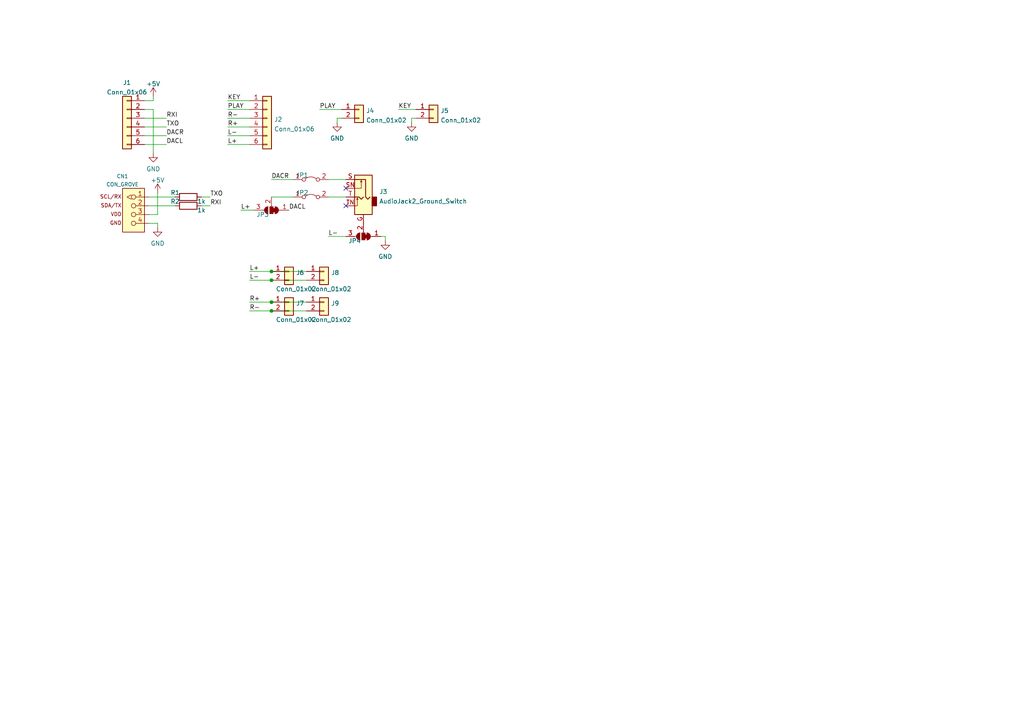
<source format=kicad_sch>
(kicad_sch (version 20211123) (generator eeschema)

  (uuid e63e39d7-6ac0-4ffd-8aa3-1841a4541b55)

  (paper "A4")

  (lib_symbols
    (symbol "Connector:AudioJack2_Ground_Switch" (in_bom yes) (on_board yes)
      (property "Reference" "J" (id 0) (at 0 11.43 0)
        (effects (font (size 1.27 1.27)))
      )
      (property "Value" "AudioJack2_Ground_Switch" (id 1) (at 0 8.89 0)
        (effects (font (size 1.27 1.27)))
      )
      (property "Footprint" "" (id 2) (at 0 5.08 0)
        (effects (font (size 1.27 1.27)) hide)
      )
      (property "Datasheet" "~" (id 3) (at 0 5.08 0)
        (effects (font (size 1.27 1.27)) hide)
      )
      (property "ki_keywords" "audio jack receptacle mono headphones phone TS connector" (id 4) (at 0 0 0)
        (effects (font (size 1.27 1.27)) hide)
      )
      (property "ki_description" "Audio Jack, 2 Poles (Mono / TS), Grounded Sleeve, Switched Pole (Normalling)" (id 5) (at 0 0 0)
        (effects (font (size 1.27 1.27)) hide)
      )
      (property "ki_fp_filters" "Jack*" (id 6) (at 0 0 0)
        (effects (font (size 1.27 1.27)) hide)
      )
      (symbol "AudioJack2_Ground_Switch_0_1"
        (rectangle (start -2.54 -2.54) (end -3.81 0)
          (stroke (width 0.254) (type default) (color 0 0 0 0))
          (fill (type outline))
        )
        (rectangle (start 2.54 6.35) (end -2.54 -5.08)
          (stroke (width 0.254) (type default) (color 0 0 0 0))
          (fill (type background))
        )
      )
      (symbol "AudioJack2_Ground_Switch_1_1"
        (polyline
          (pts
            (xy 0.635 4.826)
            (xy 0.889 4.318)
          )
          (stroke (width 0) (type default) (color 0 0 0 0))
          (fill (type none))
        )
        (polyline
          (pts
            (xy 1.778 -0.254)
            (xy 2.032 -0.762)
          )
          (stroke (width 0) (type default) (color 0 0 0 0))
          (fill (type none))
        )
        (polyline
          (pts
            (xy 0 0)
            (xy 0.635 -0.635)
            (xy 1.27 0)
            (xy 2.54 0)
          )
          (stroke (width 0.254) (type default) (color 0 0 0 0))
          (fill (type none))
        )
        (polyline
          (pts
            (xy 2.54 -2.54)
            (xy 1.778 -2.54)
            (xy 1.778 -0.254)
            (xy 1.524 -0.762)
          )
          (stroke (width 0) (type default) (color 0 0 0 0))
          (fill (type none))
        )
        (polyline
          (pts
            (xy 2.54 2.54)
            (xy 0.635 2.54)
            (xy 0.635 4.826)
            (xy 0.381 4.318)
          )
          (stroke (width 0) (type default) (color 0 0 0 0))
          (fill (type none))
        )
        (polyline
          (pts
            (xy 2.54 5.08)
            (xy -0.635 5.08)
            (xy -0.635 0)
            (xy -1.27 -0.635)
            (xy -1.905 0)
          )
          (stroke (width 0.254) (type default) (color 0 0 0 0))
          (fill (type none))
        )
        (pin passive line (at 0 -7.62 90) (length 2.54)
          (name "~" (effects (font (size 1.27 1.27))))
          (number "G" (effects (font (size 1.27 1.27))))
        )
        (pin passive line (at 5.08 5.08 180) (length 2.54)
          (name "~" (effects (font (size 1.27 1.27))))
          (number "S" (effects (font (size 1.27 1.27))))
        )
        (pin passive line (at 5.08 2.54 180) (length 2.54)
          (name "~" (effects (font (size 1.27 1.27))))
          (number "SN" (effects (font (size 1.27 1.27))))
        )
        (pin passive line (at 5.08 0 180) (length 2.54)
          (name "~" (effects (font (size 1.27 1.27))))
          (number "T" (effects (font (size 1.27 1.27))))
        )
        (pin passive line (at 5.08 -2.54 180) (length 2.54)
          (name "~" (effects (font (size 1.27 1.27))))
          (number "TN" (effects (font (size 1.27 1.27))))
        )
      )
    )
    (symbol "Connector_Generic:Conn_01x02" (pin_names (offset 1.016) hide) (in_bom yes) (on_board yes)
      (property "Reference" "J" (id 0) (at 0 2.54 0)
        (effects (font (size 1.27 1.27)))
      )
      (property "Value" "Conn_01x02" (id 1) (at 0 -5.08 0)
        (effects (font (size 1.27 1.27)))
      )
      (property "Footprint" "" (id 2) (at 0 0 0)
        (effects (font (size 1.27 1.27)) hide)
      )
      (property "Datasheet" "~" (id 3) (at 0 0 0)
        (effects (font (size 1.27 1.27)) hide)
      )
      (property "ki_keywords" "connector" (id 4) (at 0 0 0)
        (effects (font (size 1.27 1.27)) hide)
      )
      (property "ki_description" "Generic connector, single row, 01x02, script generated (kicad-library-utils/schlib/autogen/connector/)" (id 5) (at 0 0 0)
        (effects (font (size 1.27 1.27)) hide)
      )
      (property "ki_fp_filters" "Connector*:*_1x??_*" (id 6) (at 0 0 0)
        (effects (font (size 1.27 1.27)) hide)
      )
      (symbol "Conn_01x02_1_1"
        (rectangle (start -1.27 -2.413) (end 0 -2.667)
          (stroke (width 0.1524) (type default) (color 0 0 0 0))
          (fill (type none))
        )
        (rectangle (start -1.27 0.127) (end 0 -0.127)
          (stroke (width 0.1524) (type default) (color 0 0 0 0))
          (fill (type none))
        )
        (rectangle (start -1.27 1.27) (end 1.27 -3.81)
          (stroke (width 0.254) (type default) (color 0 0 0 0))
          (fill (type background))
        )
        (pin passive line (at -5.08 0 0) (length 3.81)
          (name "Pin_1" (effects (font (size 1.27 1.27))))
          (number "1" (effects (font (size 1.27 1.27))))
        )
        (pin passive line (at -5.08 -2.54 0) (length 3.81)
          (name "Pin_2" (effects (font (size 1.27 1.27))))
          (number "2" (effects (font (size 1.27 1.27))))
        )
      )
    )
    (symbol "Connector_Generic:Conn_01x06" (pin_names (offset 1.016) hide) (in_bom yes) (on_board yes)
      (property "Reference" "J" (id 0) (at 0 7.62 0)
        (effects (font (size 1.27 1.27)))
      )
      (property "Value" "Conn_01x06" (id 1) (at 0 -10.16 0)
        (effects (font (size 1.27 1.27)))
      )
      (property "Footprint" "" (id 2) (at 0 0 0)
        (effects (font (size 1.27 1.27)) hide)
      )
      (property "Datasheet" "~" (id 3) (at 0 0 0)
        (effects (font (size 1.27 1.27)) hide)
      )
      (property "ki_keywords" "connector" (id 4) (at 0 0 0)
        (effects (font (size 1.27 1.27)) hide)
      )
      (property "ki_description" "Generic connector, single row, 01x06, script generated (kicad-library-utils/schlib/autogen/connector/)" (id 5) (at 0 0 0)
        (effects (font (size 1.27 1.27)) hide)
      )
      (property "ki_fp_filters" "Connector*:*_1x??_*" (id 6) (at 0 0 0)
        (effects (font (size 1.27 1.27)) hide)
      )
      (symbol "Conn_01x06_1_1"
        (rectangle (start -1.27 -7.493) (end 0 -7.747)
          (stroke (width 0.1524) (type default) (color 0 0 0 0))
          (fill (type none))
        )
        (rectangle (start -1.27 -4.953) (end 0 -5.207)
          (stroke (width 0.1524) (type default) (color 0 0 0 0))
          (fill (type none))
        )
        (rectangle (start -1.27 -2.413) (end 0 -2.667)
          (stroke (width 0.1524) (type default) (color 0 0 0 0))
          (fill (type none))
        )
        (rectangle (start -1.27 0.127) (end 0 -0.127)
          (stroke (width 0.1524) (type default) (color 0 0 0 0))
          (fill (type none))
        )
        (rectangle (start -1.27 2.667) (end 0 2.413)
          (stroke (width 0.1524) (type default) (color 0 0 0 0))
          (fill (type none))
        )
        (rectangle (start -1.27 5.207) (end 0 4.953)
          (stroke (width 0.1524) (type default) (color 0 0 0 0))
          (fill (type none))
        )
        (rectangle (start -1.27 6.35) (end 1.27 -8.89)
          (stroke (width 0.254) (type default) (color 0 0 0 0))
          (fill (type background))
        )
        (pin passive line (at -5.08 5.08 0) (length 3.81)
          (name "Pin_1" (effects (font (size 1.27 1.27))))
          (number "1" (effects (font (size 1.27 1.27))))
        )
        (pin passive line (at -5.08 2.54 0) (length 3.81)
          (name "Pin_2" (effects (font (size 1.27 1.27))))
          (number "2" (effects (font (size 1.27 1.27))))
        )
        (pin passive line (at -5.08 0 0) (length 3.81)
          (name "Pin_3" (effects (font (size 1.27 1.27))))
          (number "3" (effects (font (size 1.27 1.27))))
        )
        (pin passive line (at -5.08 -2.54 0) (length 3.81)
          (name "Pin_4" (effects (font (size 1.27 1.27))))
          (number "4" (effects (font (size 1.27 1.27))))
        )
        (pin passive line (at -5.08 -5.08 0) (length 3.81)
          (name "Pin_5" (effects (font (size 1.27 1.27))))
          (number "5" (effects (font (size 1.27 1.27))))
        )
        (pin passive line (at -5.08 -7.62 0) (length 3.81)
          (name "Pin_6" (effects (font (size 1.27 1.27))))
          (number "6" (effects (font (size 1.27 1.27))))
        )
      )
    )
    (symbol "Device:R" (pin_numbers hide) (pin_names (offset 0)) (in_bom yes) (on_board yes)
      (property "Reference" "R" (id 0) (at 2.032 0 90)
        (effects (font (size 1.27 1.27)))
      )
      (property "Value" "R" (id 1) (at 0 0 90)
        (effects (font (size 1.27 1.27)))
      )
      (property "Footprint" "" (id 2) (at -1.778 0 90)
        (effects (font (size 1.27 1.27)) hide)
      )
      (property "Datasheet" "~" (id 3) (at 0 0 0)
        (effects (font (size 1.27 1.27)) hide)
      )
      (property "ki_keywords" "R res resistor" (id 4) (at 0 0 0)
        (effects (font (size 1.27 1.27)) hide)
      )
      (property "ki_description" "Resistor" (id 5) (at 0 0 0)
        (effects (font (size 1.27 1.27)) hide)
      )
      (property "ki_fp_filters" "R_*" (id 6) (at 0 0 0)
        (effects (font (size 1.27 1.27)) hide)
      )
      (symbol "R_0_1"
        (rectangle (start -1.016 -2.54) (end 1.016 2.54)
          (stroke (width 0.254) (type default) (color 0 0 0 0))
          (fill (type none))
        )
      )
      (symbol "R_1_1"
        (pin passive line (at 0 3.81 270) (length 1.27)
          (name "~" (effects (font (size 1.27 1.27))))
          (number "1" (effects (font (size 1.27 1.27))))
        )
        (pin passive line (at 0 -3.81 90) (length 1.27)
          (name "~" (effects (font (size 1.27 1.27))))
          (number "2" (effects (font (size 1.27 1.27))))
        )
      )
    )
    (symbol "Jumper:Jumper_2_Bridged" (pin_names (offset 0) hide) (in_bom yes) (on_board yes)
      (property "Reference" "JP" (id 0) (at 0 1.905 0)
        (effects (font (size 1.27 1.27)))
      )
      (property "Value" "Jumper_2_Bridged" (id 1) (at 0 -2.54 0)
        (effects (font (size 1.27 1.27)))
      )
      (property "Footprint" "" (id 2) (at 0 0 0)
        (effects (font (size 1.27 1.27)) hide)
      )
      (property "Datasheet" "~" (id 3) (at 0 0 0)
        (effects (font (size 1.27 1.27)) hide)
      )
      (property "ki_keywords" "Jumper SPST" (id 4) (at 0 0 0)
        (effects (font (size 1.27 1.27)) hide)
      )
      (property "ki_description" "Jumper, 2-pole, closed/bridged" (id 5) (at 0 0 0)
        (effects (font (size 1.27 1.27)) hide)
      )
      (property "ki_fp_filters" "Jumper* TestPoint*2Pads* TestPoint*Bridge*" (id 6) (at 0 0 0)
        (effects (font (size 1.27 1.27)) hide)
      )
      (symbol "Jumper_2_Bridged_0_0"
        (circle (center -2.032 0) (radius 0.508)
          (stroke (width 0) (type default) (color 0 0 0 0))
          (fill (type none))
        )
        (circle (center 2.032 0) (radius 0.508)
          (stroke (width 0) (type default) (color 0 0 0 0))
          (fill (type none))
        )
      )
      (symbol "Jumper_2_Bridged_0_1"
        (arc (start 1.524 0.254) (mid 0 0.762) (end -1.524 0.254)
          (stroke (width 0) (type default) (color 0 0 0 0))
          (fill (type none))
        )
      )
      (symbol "Jumper_2_Bridged_1_1"
        (pin passive line (at -5.08 0 0) (length 2.54)
          (name "A" (effects (font (size 1.27 1.27))))
          (number "1" (effects (font (size 1.27 1.27))))
        )
        (pin passive line (at 5.08 0 180) (length 2.54)
          (name "B" (effects (font (size 1.27 1.27))))
          (number "2" (effects (font (size 1.27 1.27))))
        )
      )
    )
    (symbol "Jumper:SolderJumper_3_Bridged12" (pin_names (offset 0) hide) (in_bom yes) (on_board yes)
      (property "Reference" "JP" (id 0) (at -2.54 -2.54 0)
        (effects (font (size 1.27 1.27)))
      )
      (property "Value" "SolderJumper_3_Bridged12" (id 1) (at 0 2.794 0)
        (effects (font (size 1.27 1.27)))
      )
      (property "Footprint" "" (id 2) (at 0 0 0)
        (effects (font (size 1.27 1.27)) hide)
      )
      (property "Datasheet" "~" (id 3) (at 0 0 0)
        (effects (font (size 1.27 1.27)) hide)
      )
      (property "ki_keywords" "Solder Jumper SPDT" (id 4) (at 0 0 0)
        (effects (font (size 1.27 1.27)) hide)
      )
      (property "ki_description" "3-pole Solder Jumper, pins 1+2 closed/bridged" (id 5) (at 0 0 0)
        (effects (font (size 1.27 1.27)) hide)
      )
      (property "ki_fp_filters" "SolderJumper*Bridged12*" (id 6) (at 0 0 0)
        (effects (font (size 1.27 1.27)) hide)
      )
      (symbol "SolderJumper_3_Bridged12_0_1"
        (rectangle (start -1.016 0.508) (end -0.508 -0.508)
          (stroke (width 0) (type default) (color 0 0 0 0))
          (fill (type outline))
        )
        (arc (start -1.016 1.016) (mid -2.032 0) (end -1.016 -1.016)
          (stroke (width 0) (type default) (color 0 0 0 0))
          (fill (type none))
        )
        (arc (start -1.016 1.016) (mid -2.032 0) (end -1.016 -1.016)
          (stroke (width 0) (type default) (color 0 0 0 0))
          (fill (type outline))
        )
        (rectangle (start -0.508 1.016) (end 0.508 -1.016)
          (stroke (width 0) (type default) (color 0 0 0 0))
          (fill (type outline))
        )
        (polyline
          (pts
            (xy -2.54 0)
            (xy -2.032 0)
          )
          (stroke (width 0) (type default) (color 0 0 0 0))
          (fill (type none))
        )
        (polyline
          (pts
            (xy -1.016 1.016)
            (xy -1.016 -1.016)
          )
          (stroke (width 0) (type default) (color 0 0 0 0))
          (fill (type none))
        )
        (polyline
          (pts
            (xy 0 -1.27)
            (xy 0 -1.016)
          )
          (stroke (width 0) (type default) (color 0 0 0 0))
          (fill (type none))
        )
        (polyline
          (pts
            (xy 1.016 1.016)
            (xy 1.016 -1.016)
          )
          (stroke (width 0) (type default) (color 0 0 0 0))
          (fill (type none))
        )
        (polyline
          (pts
            (xy 2.54 0)
            (xy 2.032 0)
          )
          (stroke (width 0) (type default) (color 0 0 0 0))
          (fill (type none))
        )
        (arc (start 1.016 -1.016) (mid 2.032 0) (end 1.016 1.016)
          (stroke (width 0) (type default) (color 0 0 0 0))
          (fill (type none))
        )
        (arc (start 1.016 -1.016) (mid 2.032 0) (end 1.016 1.016)
          (stroke (width 0) (type default) (color 0 0 0 0))
          (fill (type outline))
        )
      )
      (symbol "SolderJumper_3_Bridged12_1_1"
        (pin passive line (at -5.08 0 0) (length 2.54)
          (name "A" (effects (font (size 1.27 1.27))))
          (number "1" (effects (font (size 1.27 1.27))))
        )
        (pin input line (at 0 -3.81 90) (length 2.54)
          (name "C" (effects (font (size 1.27 1.27))))
          (number "2" (effects (font (size 1.27 1.27))))
        )
        (pin passive line (at 5.08 0 180) (length 2.54)
          (name "B" (effects (font (size 1.27 1.27))))
          (number "3" (effects (font (size 1.27 1.27))))
        )
      )
    )
    (symbol "akita:CON_GROVE" (pin_names (offset 1.016)) (in_bom yes) (on_board yes)
      (property "Reference" "CN" (id 0) (at 0 3.81 0)
        (effects (font (size 1.0668 1.0668)) (justify left bottom))
      )
      (property "Value" "CON_GROVE" (id 1) (at 3.81 -5.08 90)
        (effects (font (size 1.0668 1.0668)) (justify left bottom))
      )
      (property "Footprint" "" (id 2) (at 0 0 0)
        (effects (font (size 1.27 1.27)) hide)
      )
      (property "Datasheet" "" (id 3) (at 0 0 0)
        (effects (font (size 1.27 1.27)) hide)
      )
      (property "ki_locked" "" (id 4) (at 0 0 0)
        (effects (font (size 1.27 1.27)))
      )
      (symbol "CON_GROVE_1_0"
        (text "GND" (at 5.334 -5.588 0)
          (effects (font (size 1.0668 1.0668)) (justify left bottom))
        )
        (text "SCL/RX" (at 5.334 2.032 0)
          (effects (font (size 1.0668 1.0668)) (justify left bottom))
        )
        (text "SDA/TX" (at 5.334 -0.508 0)
          (effects (font (size 1.0668 1.0668)) (justify left bottom))
        )
        (text "VDD" (at 5.334 -3.048 0)
          (effects (font (size 1.0668 1.0668)) (justify left bottom))
        )
        (pin bidirectional inverted_clock (at -2.54 2.54 0) (length 5.08)
          (name "1" (effects (font (size 0 0))))
          (number "1" (effects (font (size 1.27 1.27))))
        )
        (pin bidirectional inverted (at -2.54 0 0) (length 5.08)
          (name "2" (effects (font (size 0 0))))
          (number "2" (effects (font (size 1.27 1.27))))
        )
        (pin bidirectional inverted (at -2.54 -2.54 0) (length 5.08)
          (name "3" (effects (font (size 0 0))))
          (number "3" (effects (font (size 1.27 1.27))))
        )
        (pin bidirectional inverted (at -2.54 -5.08 0) (length 5.08)
          (name "4" (effects (font (size 0 0))))
          (number "4" (effects (font (size 1.27 1.27))))
        )
      )
      (symbol "CON_GROVE_1_1"
        (rectangle (start -1.27 5.08) (end 5.08 -7.62)
          (stroke (width 0.2032) (type default) (color 0 0 0 0))
          (fill (type background))
        )
      )
    )
    (symbol "power:+5V" (power) (pin_names (offset 0)) (in_bom yes) (on_board yes)
      (property "Reference" "#PWR" (id 0) (at 0 -3.81 0)
        (effects (font (size 1.27 1.27)) hide)
      )
      (property "Value" "+5V" (id 1) (at 0 3.556 0)
        (effects (font (size 1.27 1.27)))
      )
      (property "Footprint" "" (id 2) (at 0 0 0)
        (effects (font (size 1.27 1.27)) hide)
      )
      (property "Datasheet" "" (id 3) (at 0 0 0)
        (effects (font (size 1.27 1.27)) hide)
      )
      (property "ki_keywords" "power-flag" (id 4) (at 0 0 0)
        (effects (font (size 1.27 1.27)) hide)
      )
      (property "ki_description" "Power symbol creates a global label with name \"+5V\"" (id 5) (at 0 0 0)
        (effects (font (size 1.27 1.27)) hide)
      )
      (symbol "+5V_0_1"
        (polyline
          (pts
            (xy -0.762 1.27)
            (xy 0 2.54)
          )
          (stroke (width 0) (type default) (color 0 0 0 0))
          (fill (type none))
        )
        (polyline
          (pts
            (xy 0 0)
            (xy 0 2.54)
          )
          (stroke (width 0) (type default) (color 0 0 0 0))
          (fill (type none))
        )
        (polyline
          (pts
            (xy 0 2.54)
            (xy 0.762 1.27)
          )
          (stroke (width 0) (type default) (color 0 0 0 0))
          (fill (type none))
        )
      )
      (symbol "+5V_1_1"
        (pin power_in line (at 0 0 90) (length 0) hide
          (name "+5V" (effects (font (size 1.27 1.27))))
          (number "1" (effects (font (size 1.27 1.27))))
        )
      )
    )
    (symbol "power:GND" (power) (pin_names (offset 0)) (in_bom yes) (on_board yes)
      (property "Reference" "#PWR" (id 0) (at 0 -6.35 0)
        (effects (font (size 1.27 1.27)) hide)
      )
      (property "Value" "GND" (id 1) (at 0 -3.81 0)
        (effects (font (size 1.27 1.27)))
      )
      (property "Footprint" "" (id 2) (at 0 0 0)
        (effects (font (size 1.27 1.27)) hide)
      )
      (property "Datasheet" "" (id 3) (at 0 0 0)
        (effects (font (size 1.27 1.27)) hide)
      )
      (property "ki_keywords" "power-flag" (id 4) (at 0 0 0)
        (effects (font (size 1.27 1.27)) hide)
      )
      (property "ki_description" "Power symbol creates a global label with name \"GND\" , ground" (id 5) (at 0 0 0)
        (effects (font (size 1.27 1.27)) hide)
      )
      (symbol "GND_0_1"
        (polyline
          (pts
            (xy 0 0)
            (xy 0 -1.27)
            (xy 1.27 -1.27)
            (xy 0 -2.54)
            (xy -1.27 -1.27)
            (xy 0 -1.27)
          )
          (stroke (width 0) (type default) (color 0 0 0 0))
          (fill (type none))
        )
      )
      (symbol "GND_1_1"
        (pin power_in line (at 0 0 270) (length 0) hide
          (name "GND" (effects (font (size 1.27 1.27))))
          (number "1" (effects (font (size 1.27 1.27))))
        )
      )
    )
  )

  (junction (at 78.74 87.63) (diameter 0) (color 0 0 0 0)
    (uuid 184a40a2-37b2-4fd6-bb26-68c09939784b)
  )
  (junction (at 78.74 81.28) (diameter 0) (color 0 0 0 0)
    (uuid 2beeb4c3-52fc-44d7-a503-4f3d37998d3b)
  )
  (junction (at 78.74 78.74) (diameter 0) (color 0 0 0 0)
    (uuid 8125a369-18ca-4db1-b713-289a3e009cb8)
  )
  (junction (at 78.74 90.17) (diameter 0) (color 0 0 0 0)
    (uuid 97e2bbbc-c66c-4577-a634-d7da51085339)
  )

  (no_connect (at 100.33 54.61) (uuid 7670d6a4-669e-4a95-8178-29fc8bb78054))
  (no_connect (at 100.33 59.69) (uuid a1829870-35f9-42a4-85e5-1fc46eb765ad))

  (wire (pts (xy 41.91 41.91) (xy 48.26 41.91))
    (stroke (width 0) (type default) (color 0 0 0 0))
    (uuid 01457e33-66ac-49e0-9033-79afcb1684db)
  )
  (wire (pts (xy 92.71 31.75) (xy 99.06 31.75))
    (stroke (width 0) (type default) (color 0 0 0 0))
    (uuid 03522cb1-2373-4f11-b417-9cb96a087d74)
  )
  (wire (pts (xy 72.39 78.74) (xy 78.74 78.74))
    (stroke (width 0) (type default) (color 0 0 0 0))
    (uuid 07ab764e-2790-44c2-a304-14683d19dd05)
  )
  (wire (pts (xy 95.25 68.58) (xy 100.33 68.58))
    (stroke (width 0) (type default) (color 0 0 0 0))
    (uuid 0d9fc8c3-7d3f-442d-adc7-ac34e4277a75)
  )
  (wire (pts (xy 66.04 36.83) (xy 72.39 36.83))
    (stroke (width 0) (type default) (color 0 0 0 0))
    (uuid 151738a6-642a-450c-a477-5190aaecfe82)
  )
  (wire (pts (xy 99.06 34.29) (xy 97.79 34.29))
    (stroke (width 0) (type default) (color 0 0 0 0))
    (uuid 1eda4d5a-8f94-40d8-8cab-d6c152c81f10)
  )
  (wire (pts (xy 72.39 81.28) (xy 78.74 81.28))
    (stroke (width 0) (type default) (color 0 0 0 0))
    (uuid 264e210d-d194-4e6c-8665-824968b65c33)
  )
  (wire (pts (xy 45.72 64.77) (xy 45.72 66.04))
    (stroke (width 0) (type default) (color 0 0 0 0))
    (uuid 27ae201e-60f8-4922-9b06-f12aa99be373)
  )
  (wire (pts (xy 41.91 34.29) (xy 48.26 34.29))
    (stroke (width 0) (type default) (color 0 0 0 0))
    (uuid 2cf158c2-508a-432c-ba85-07cefc99e466)
  )
  (wire (pts (xy 41.91 36.83) (xy 48.26 36.83))
    (stroke (width 0) (type default) (color 0 0 0 0))
    (uuid 2e989e21-a1e8-42fb-88bc-90b86bc3c254)
  )
  (wire (pts (xy 66.04 29.21) (xy 72.39 29.21))
    (stroke (width 0) (type default) (color 0 0 0 0))
    (uuid 3040d95f-bac7-4d77-a599-01e4d846387c)
  )
  (wire (pts (xy 41.91 29.21) (xy 44.45 29.21))
    (stroke (width 0) (type default) (color 0 0 0 0))
    (uuid 40bfb65c-939e-4197-86e3-6cf6a69d7e87)
  )
  (wire (pts (xy 69.85 60.96) (xy 73.66 60.96))
    (stroke (width 0) (type default) (color 0 0 0 0))
    (uuid 46f12d70-091b-4e0f-9d5b-b9c81545e4e2)
  )
  (wire (pts (xy 78.74 90.17) (xy 88.9 90.17))
    (stroke (width 0) (type default) (color 0 0 0 0))
    (uuid 59f4de6d-a337-4acb-a896-9222a42c055e)
  )
  (wire (pts (xy 43.18 57.15) (xy 50.8 57.15))
    (stroke (width 0) (type default) (color 0 0 0 0))
    (uuid 62f8a3c6-2428-4ac3-b624-39e6e9d08357)
  )
  (wire (pts (xy 95.25 52.07) (xy 100.33 52.07))
    (stroke (width 0) (type default) (color 0 0 0 0))
    (uuid 6341adf7-15a3-420c-8496-dc68a5a0f167)
  )
  (wire (pts (xy 72.39 87.63) (xy 78.74 87.63))
    (stroke (width 0) (type default) (color 0 0 0 0))
    (uuid 63954bb9-e564-4468-b185-6cde8e09242b)
  )
  (wire (pts (xy 41.91 39.37) (xy 48.26 39.37))
    (stroke (width 0) (type default) (color 0 0 0 0))
    (uuid 6a48d0b8-0f65-4f63-bab3-30726f0b768c)
  )
  (wire (pts (xy 66.04 31.75) (xy 72.39 31.75))
    (stroke (width 0) (type default) (color 0 0 0 0))
    (uuid 6b9323f2-5ad6-4956-ad99-32cbcdf3378d)
  )
  (wire (pts (xy 115.57 31.75) (xy 120.65 31.75))
    (stroke (width 0) (type default) (color 0 0 0 0))
    (uuid 6cfdc81a-a4c0-47e1-bbd6-79e98a9b3a41)
  )
  (wire (pts (xy 78.74 57.15) (xy 85.09 57.15))
    (stroke (width 0) (type default) (color 0 0 0 0))
    (uuid 77388caf-8d34-4a67-ba7c-128a40b6994d)
  )
  (wire (pts (xy 78.74 81.28) (xy 88.9 81.28))
    (stroke (width 0) (type default) (color 0 0 0 0))
    (uuid 7dea3fc6-de49-4b92-a050-d5038960521f)
  )
  (wire (pts (xy 58.42 59.69) (xy 60.96 59.69))
    (stroke (width 0) (type default) (color 0 0 0 0))
    (uuid 990387ea-74fd-4ade-843a-9cd3a6e47df7)
  )
  (wire (pts (xy 45.72 62.23) (xy 45.72 55.88))
    (stroke (width 0) (type default) (color 0 0 0 0))
    (uuid 9d4911f8-ba7e-461a-b86c-2db75d514bf1)
  )
  (wire (pts (xy 43.18 62.23) (xy 45.72 62.23))
    (stroke (width 0) (type default) (color 0 0 0 0))
    (uuid a04a78ce-910c-4ac7-b065-c7328b9e7c8e)
  )
  (wire (pts (xy 41.91 31.75) (xy 44.45 31.75))
    (stroke (width 0) (type default) (color 0 0 0 0))
    (uuid a0ab7880-64b9-4d89-90ef-d0e980743707)
  )
  (wire (pts (xy 97.79 34.29) (xy 97.79 35.56))
    (stroke (width 0) (type default) (color 0 0 0 0))
    (uuid a4439f6c-e19f-41ed-a625-14e4e2c03cd4)
  )
  (wire (pts (xy 72.39 90.17) (xy 78.74 90.17))
    (stroke (width 0) (type default) (color 0 0 0 0))
    (uuid a4c2edd2-4235-4d48-bf1f-9b46ae9e7214)
  )
  (wire (pts (xy 95.25 57.15) (xy 100.33 57.15))
    (stroke (width 0) (type default) (color 0 0 0 0))
    (uuid a9ae0007-ef66-4a37-a30e-9e678f7b5ab9)
  )
  (wire (pts (xy 44.45 29.21) (xy 44.45 27.94))
    (stroke (width 0) (type default) (color 0 0 0 0))
    (uuid afea6a16-f8f4-4ca1-a9fd-72414bb3f1f2)
  )
  (wire (pts (xy 66.04 34.29) (xy 72.39 34.29))
    (stroke (width 0) (type default) (color 0 0 0 0))
    (uuid b1eec9cf-e741-4381-9e31-8c55c1656c87)
  )
  (wire (pts (xy 66.04 39.37) (xy 72.39 39.37))
    (stroke (width 0) (type default) (color 0 0 0 0))
    (uuid bab712c2-859a-471f-a5a5-8e924bfa33ac)
  )
  (wire (pts (xy 120.65 34.29) (xy 119.38 34.29))
    (stroke (width 0) (type default) (color 0 0 0 0))
    (uuid c10ca692-b6c0-4ed0-9637-c68f8ec8190f)
  )
  (wire (pts (xy 58.42 57.15) (xy 60.96 57.15))
    (stroke (width 0) (type default) (color 0 0 0 0))
    (uuid c6770443-183b-403c-83a9-e11864581af3)
  )
  (wire (pts (xy 43.18 64.77) (xy 45.72 64.77))
    (stroke (width 0) (type default) (color 0 0 0 0))
    (uuid d35dcf09-c027-4648-b1ea-c19798e95519)
  )
  (wire (pts (xy 111.76 68.58) (xy 111.76 69.85))
    (stroke (width 0) (type default) (color 0 0 0 0))
    (uuid daab9db4-67f2-4f0a-9872-8c9c9f886d6e)
  )
  (wire (pts (xy 78.74 52.07) (xy 85.09 52.07))
    (stroke (width 0) (type default) (color 0 0 0 0))
    (uuid e1f84108-d851-4f40-8103-83470e402534)
  )
  (wire (pts (xy 78.74 87.63) (xy 88.9 87.63))
    (stroke (width 0) (type default) (color 0 0 0 0))
    (uuid e5ad1a6c-5581-41e6-a947-136f928c0144)
  )
  (wire (pts (xy 44.45 31.75) (xy 44.45 44.45))
    (stroke (width 0) (type default) (color 0 0 0 0))
    (uuid e753ce67-cb56-42f0-a3cb-c1a35f060ac2)
  )
  (wire (pts (xy 66.04 41.91) (xy 72.39 41.91))
    (stroke (width 0) (type default) (color 0 0 0 0))
    (uuid ea08695d-e57c-4df9-8ab7-095e4e95cec6)
  )
  (wire (pts (xy 78.74 78.74) (xy 88.9 78.74))
    (stroke (width 0) (type default) (color 0 0 0 0))
    (uuid ea54ae6d-2422-4105-b740-7800eabe96db)
  )
  (wire (pts (xy 110.49 68.58) (xy 111.76 68.58))
    (stroke (width 0) (type default) (color 0 0 0 0))
    (uuid edb7a68e-48f9-48b0-8e89-9d5ba1cec0fa)
  )
  (wire (pts (xy 119.38 34.29) (xy 119.38 35.56))
    (stroke (width 0) (type default) (color 0 0 0 0))
    (uuid f5bce029-809e-4e94-904c-31bf15f0d031)
  )
  (wire (pts (xy 43.18 59.69) (xy 50.8 59.69))
    (stroke (width 0) (type default) (color 0 0 0 0))
    (uuid faf6165d-81e9-4053-90bd-ef98eea88d59)
  )

  (label "L-" (at 72.39 81.28 0)
    (effects (font (size 1.27 1.27)) (justify left bottom))
    (uuid 24c15d01-09b5-4670-b959-8af6e6af1e8b)
  )
  (label "R-" (at 72.39 90.17 0)
    (effects (font (size 1.27 1.27)) (justify left bottom))
    (uuid 30d85a32-d0ad-4899-8850-d1d127a88999)
  )
  (label "L+" (at 66.04 41.91 0)
    (effects (font (size 1.27 1.27)) (justify left bottom))
    (uuid 363b6cab-7b3c-40d5-a520-6d268af0a976)
  )
  (label "PLAY" (at 92.71 31.75 0)
    (effects (font (size 1.27 1.27)) (justify left bottom))
    (uuid 3f305577-ddbe-4323-b8aa-5347a263c15b)
  )
  (label "L+" (at 69.85 60.96 0)
    (effects (font (size 1.27 1.27)) (justify left bottom))
    (uuid 4e877cc4-e1fa-4469-a865-1d3ad7cf9f8e)
  )
  (label "R-" (at 66.04 34.29 0)
    (effects (font (size 1.27 1.27)) (justify left bottom))
    (uuid 60472c1b-d631-4f5d-b928-0950c0b0a31e)
  )
  (label "DACL" (at 48.26 41.91 0)
    (effects (font (size 1.27 1.27)) (justify left bottom))
    (uuid 7049699b-ba43-4964-a548-9421c76eb302)
  )
  (label "KEY" (at 66.04 29.21 0)
    (effects (font (size 1.27 1.27)) (justify left bottom))
    (uuid 73672f84-9d4c-4338-b663-be688e387231)
  )
  (label "DACL" (at 83.82 60.96 0)
    (effects (font (size 1.27 1.27)) (justify left bottom))
    (uuid 75eb05e0-0a6f-4adc-ae16-0be4022c4fa5)
  )
  (label "KEY" (at 115.57 31.75 0)
    (effects (font (size 1.27 1.27)) (justify left bottom))
    (uuid 77134455-401a-4cc3-bf4a-59ed8186ceda)
  )
  (label "TXO" (at 48.26 36.83 0)
    (effects (font (size 1.27 1.27)) (justify left bottom))
    (uuid 78ed0760-2ecc-4041-a0a7-a3acf0bd8fbf)
  )
  (label "TXO" (at 60.96 57.15 0)
    (effects (font (size 1.27 1.27)) (justify left bottom))
    (uuid 88d4abda-6003-471e-b0b2-3b6a3a400a1d)
  )
  (label "RXI" (at 60.96 59.69 0)
    (effects (font (size 1.27 1.27)) (justify left bottom))
    (uuid 8e400427-b818-4749-b6ca-799ba99e10bc)
  )
  (label "PLAY" (at 66.04 31.75 0)
    (effects (font (size 1.27 1.27)) (justify left bottom))
    (uuid 99d7a13b-931a-44ac-b6cf-39d761155cab)
  )
  (label "L-" (at 95.25 68.58 0)
    (effects (font (size 1.27 1.27)) (justify left bottom))
    (uuid 9c1164f3-e688-412f-9197-1f23c1392f0a)
  )
  (label "L-" (at 66.04 39.37 0)
    (effects (font (size 1.27 1.27)) (justify left bottom))
    (uuid 9d536585-2f1d-4551-af3b-a0a4a6fa8aee)
  )
  (label "DACR" (at 48.26 39.37 0)
    (effects (font (size 1.27 1.27)) (justify left bottom))
    (uuid a744c5a3-a886-4040-afd8-7eaf68d9f030)
  )
  (label "RXI" (at 48.26 34.29 0)
    (effects (font (size 1.27 1.27)) (justify left bottom))
    (uuid ddbf1831-bd5c-4862-80a4-a697cd270798)
  )
  (label "DACR" (at 78.74 52.07 0)
    (effects (font (size 1.27 1.27)) (justify left bottom))
    (uuid e45f792c-08d2-4798-bb12-f92542f000b3)
  )
  (label "R+" (at 66.04 36.83 0)
    (effects (font (size 1.27 1.27)) (justify left bottom))
    (uuid ec4e3351-77de-47df-8499-62064a94c4de)
  )
  (label "R+" (at 72.39 87.63 0)
    (effects (font (size 1.27 1.27)) (justify left bottom))
    (uuid f56f89cb-a4f9-4a43-b1fb-f72d6f0bbe4c)
  )
  (label "L+" (at 72.39 78.74 0)
    (effects (font (size 1.27 1.27)) (justify left bottom))
    (uuid f6517437-a496-4574-85e7-d2f17e25fee7)
  )

  (symbol (lib_id "Connector_Generic:Conn_01x06") (at 77.47 34.29 0) (unit 1)
    (in_bom yes) (on_board yes) (fields_autoplaced)
    (uuid 056cef12-1384-4c87-9094-fd65a4fc9eeb)
    (property "Reference" "J2" (id 0) (at 79.502 34.6515 0)
      (effects (font (size 1.27 1.27)) (justify left))
    )
    (property "Value" "Conn_01x06" (id 1) (at 79.502 37.4266 0)
      (effects (font (size 1.27 1.27)) (justify left))
    )
    (property "Footprint" "Connector_PinSocket_2.54mm:PinSocket_1x06_P2.54mm_Vertical" (id 2) (at 77.47 34.29 0)
      (effects (font (size 1.27 1.27)) hide)
    )
    (property "Datasheet" "~" (id 3) (at 77.47 34.29 0)
      (effects (font (size 1.27 1.27)) hide)
    )
    (pin "1" (uuid bd6ecc50-4475-4d56-b8a2-9140d4bda6fb))
    (pin "2" (uuid c814aa21-9c46-4566-a094-0e8d80cc6be7))
    (pin "3" (uuid 44280751-8788-4373-9bb1-cb4db481ef9d))
    (pin "4" (uuid e45d9fa8-f0da-4361-b562-8f6805c2d992))
    (pin "5" (uuid 85577c7d-90d5-464b-8c9d-231ae8ec5247))
    (pin "6" (uuid 83494f18-5d83-4ff8-b815-0e3e4e2deefe))
  )

  (symbol (lib_id "Connector:AudioJack2_Ground_Switch") (at 105.41 57.15 0) (mirror y) (unit 1)
    (in_bom yes) (on_board yes) (fields_autoplaced)
    (uuid 057af6bb-cf6f-4bfb-b0c0-2e92a2c09a47)
    (property "Reference" "J3" (id 0) (at 109.982 55.6065 0)
      (effects (font (size 1.27 1.27)) (justify right))
    )
    (property "Value" "AudioJack2_Ground_Switch" (id 1) (at 109.982 58.3816 0)
      (effects (font (size 1.27 1.27)) (justify right))
    )
    (property "Footprint" "akita:CON_AJ-1780" (id 2) (at 105.41 52.07 0)
      (effects (font (size 1.27 1.27)) hide)
    )
    (property "Datasheet" "~" (id 3) (at 105.41 52.07 0)
      (effects (font (size 1.27 1.27)) hide)
    )
    (pin "G" (uuid 721d1be9-236e-470b-ba69-f1cc6c43faf9))
    (pin "S" (uuid 5edcefbe-9766-42c8-9529-28d0ec865573))
    (pin "SN" (uuid ec5c2062-3a41-4636-8803-069e60a1641a))
    (pin "T" (uuid 81a15393-727e-448b-a777-b18773023d89))
    (pin "TN" (uuid a4f86a46-3bc8-4daa-9125-a63f297eb114))
  )

  (symbol (lib_id "Connector_Generic:Conn_01x02") (at 125.73 31.75 0) (unit 1)
    (in_bom yes) (on_board yes) (fields_autoplaced)
    (uuid 0915a923-ed3d-4139-8c37-11f2b770cc90)
    (property "Reference" "J5" (id 0) (at 127.762 32.1115 0)
      (effects (font (size 1.27 1.27)) (justify left))
    )
    (property "Value" "Conn_01x02" (id 1) (at 127.762 34.8866 0)
      (effects (font (size 1.27 1.27)) (justify left))
    )
    (property "Footprint" "Connector_PinSocket_2.54mm:PinSocket_1x02_P2.54mm_Vertical" (id 2) (at 125.73 31.75 0)
      (effects (font (size 1.27 1.27)) hide)
    )
    (property "Datasheet" "~" (id 3) (at 125.73 31.75 0)
      (effects (font (size 1.27 1.27)) hide)
    )
    (pin "1" (uuid f579685c-309b-4e20-bf1a-b0b3aa0699c5))
    (pin "2" (uuid 17047d71-ef6b-4450-9aeb-cfa3cea51bf3))
  )

  (symbol (lib_id "power:GND") (at 45.72 66.04 0) (unit 1)
    (in_bom yes) (on_board yes) (fields_autoplaced)
    (uuid 21fb27ac-3c2a-4661-a9d0-508bcf46eb73)
    (property "Reference" "#PWR04" (id 0) (at 45.72 72.39 0)
      (effects (font (size 1.27 1.27)) hide)
    )
    (property "Value" "GND" (id 1) (at 45.72 70.6025 0))
    (property "Footprint" "" (id 2) (at 45.72 66.04 0)
      (effects (font (size 1.27 1.27)) hide)
    )
    (property "Datasheet" "" (id 3) (at 45.72 66.04 0)
      (effects (font (size 1.27 1.27)) hide)
    )
    (pin "1" (uuid a3d2273e-87c0-49a2-9e1e-013a4510facb))
  )

  (symbol (lib_id "Connector_Generic:Conn_01x02") (at 83.82 78.74 0) (unit 1)
    (in_bom yes) (on_board yes)
    (uuid 2e8a0e7d-b8cb-4d7e-ba29-f94a45314cf7)
    (property "Reference" "J6" (id 0) (at 85.852 79.1015 0)
      (effects (font (size 1.27 1.27)) (justify left))
    )
    (property "Value" "Conn_01x02" (id 1) (at 80.01 83.82 0)
      (effects (font (size 1.27 1.27)) (justify left))
    )
    (property "Footprint" "Connector_PinSocket_2.54mm:PinSocket_1x02_P2.54mm_Vertical" (id 2) (at 83.82 78.74 0)
      (effects (font (size 1.27 1.27)) hide)
    )
    (property "Datasheet" "~" (id 3) (at 83.82 78.74 0)
      (effects (font (size 1.27 1.27)) hide)
    )
    (pin "1" (uuid 17c2b79c-d7bc-4b6f-ae65-62d9c6c44a17))
    (pin "2" (uuid 2a047ba3-1265-48c2-9aba-747f2aba922c))
  )

  (symbol (lib_id "power:+5V") (at 45.72 55.88 0) (unit 1)
    (in_bom yes) (on_board yes) (fields_autoplaced)
    (uuid 2f88f1d6-f9c6-4284-8be2-982465648471)
    (property "Reference" "#PWR03" (id 0) (at 45.72 59.69 0)
      (effects (font (size 1.27 1.27)) hide)
    )
    (property "Value" "+5V" (id 1) (at 45.72 52.2755 0))
    (property "Footprint" "" (id 2) (at 45.72 55.88 0)
      (effects (font (size 1.27 1.27)) hide)
    )
    (property "Datasheet" "" (id 3) (at 45.72 55.88 0)
      (effects (font (size 1.27 1.27)) hide)
    )
    (pin "1" (uuid b8a76e2f-1081-48e0-8ad3-ed56280051f1))
  )

  (symbol (lib_id "power:GND") (at 111.76 69.85 0) (unit 1)
    (in_bom yes) (on_board yes) (fields_autoplaced)
    (uuid 40b12084-e9ea-4a47-a64f-d44ca516c9e8)
    (property "Reference" "#PWR05" (id 0) (at 111.76 76.2 0)
      (effects (font (size 1.27 1.27)) hide)
    )
    (property "Value" "GND" (id 1) (at 111.76 74.4125 0))
    (property "Footprint" "" (id 2) (at 111.76 69.85 0)
      (effects (font (size 1.27 1.27)) hide)
    )
    (property "Datasheet" "" (id 3) (at 111.76 69.85 0)
      (effects (font (size 1.27 1.27)) hide)
    )
    (pin "1" (uuid 564c737a-c22b-400c-8665-990100e2bad2))
  )

  (symbol (lib_id "Connector_Generic:Conn_01x02") (at 93.98 87.63 0) (unit 1)
    (in_bom yes) (on_board yes)
    (uuid 4d303dd4-7c44-4896-a0f7-c878a9be67b5)
    (property "Reference" "J9" (id 0) (at 96.012 87.9915 0)
      (effects (font (size 1.27 1.27)) (justify left))
    )
    (property "Value" "Conn_01x02" (id 1) (at 90.17 92.71 0)
      (effects (font (size 1.27 1.27)) (justify left))
    )
    (property "Footprint" "Connector_Molex:Molex_PicoBlade_53047-0210_1x02_P1.25mm_Vertical" (id 2) (at 93.98 87.63 0)
      (effects (font (size 1.27 1.27)) hide)
    )
    (property "Datasheet" "~" (id 3) (at 93.98 87.63 0)
      (effects (font (size 1.27 1.27)) hide)
    )
    (pin "1" (uuid f042b9de-e86c-4919-8580-bab16b506291))
    (pin "2" (uuid 461be26b-7f35-4f7c-869b-f7e222710e3e))
  )

  (symbol (lib_id "Connector_Generic:Conn_01x06") (at 36.83 34.29 0) (mirror y) (unit 1)
    (in_bom yes) (on_board yes) (fields_autoplaced)
    (uuid 5390b569-f063-47f4-893b-9a990f4ea824)
    (property "Reference" "J1" (id 0) (at 36.83 23.9735 0))
    (property "Value" "Conn_01x06" (id 1) (at 36.83 26.7486 0))
    (property "Footprint" "Connector_PinSocket_2.54mm:PinSocket_1x06_P2.54mm_Vertical" (id 2) (at 36.83 34.29 0)
      (effects (font (size 1.27 1.27)) hide)
    )
    (property "Datasheet" "~" (id 3) (at 36.83 34.29 0)
      (effects (font (size 1.27 1.27)) hide)
    )
    (pin "1" (uuid 13cc3ed0-5d6e-432e-a920-2485183a707f))
    (pin "2" (uuid 8051ceca-6044-4f1a-b5de-bf9bbf8bbab0))
    (pin "3" (uuid 94bb63c4-d35e-4601-b883-f7f070257a08))
    (pin "4" (uuid 2d87fda9-b766-4b9a-9472-7abc69d9d09d))
    (pin "5" (uuid a82f4d40-31e3-4ccb-b2dc-b4182af78909))
    (pin "6" (uuid 1d9f6ec6-e3bc-4477-a158-fdb4e35456c7))
  )

  (symbol (lib_id "Jumper:SolderJumper_3_Bridged12") (at 105.41 68.58 180) (unit 1)
    (in_bom yes) (on_board yes)
    (uuid 54075163-60a5-42ea-8884-54ad49ce302a)
    (property "Reference" "JP4" (id 0) (at 102.87 69.85 0))
    (property "Value" "SolderJumper_3_Bridged12" (id 1) (at 105.41 70.6604 0)
      (effects (font (size 1.27 1.27)) hide)
    )
    (property "Footprint" "Jumper:SolderJumper-3_P1.3mm_Bridged12_Pad1.0x1.5mm" (id 2) (at 105.41 68.58 0)
      (effects (font (size 1.27 1.27)) hide)
    )
    (property "Datasheet" "~" (id 3) (at 105.41 68.58 0)
      (effects (font (size 1.27 1.27)) hide)
    )
    (pin "1" (uuid e5f02ac3-2d84-4efb-8d56-c4f11be6d739))
    (pin "2" (uuid 6c0f83ee-6448-4fdd-92c9-8830fbfd8d51))
    (pin "3" (uuid 4bcef0c3-fe74-4a79-b53f-5529860d69ca))
  )

  (symbol (lib_id "Device:R") (at 54.61 59.69 90) (unit 1)
    (in_bom yes) (on_board yes)
    (uuid 614c4b9c-5d55-4b16-9c48-43377894ea51)
    (property "Reference" "R2" (id 0) (at 50.8 58.42 90))
    (property "Value" "1k" (id 1) (at 58.42 60.96 90))
    (property "Footprint" "Resistor_SMD:R_0603_1608Metric" (id 2) (at 54.61 61.468 90)
      (effects (font (size 1.27 1.27)) hide)
    )
    (property "Datasheet" "~" (id 3) (at 54.61 59.69 0)
      (effects (font (size 1.27 1.27)) hide)
    )
    (pin "1" (uuid 25825546-a021-4b00-bcbb-8652fadffc7a))
    (pin "2" (uuid dc39a139-4675-4a67-ac92-1f65cb07de5c))
  )

  (symbol (lib_id "power:GND") (at 44.45 44.45 0) (unit 1)
    (in_bom yes) (on_board yes) (fields_autoplaced)
    (uuid 8a37a2ac-9063-4f9f-8082-a7cf43d90bfd)
    (property "Reference" "#PWR02" (id 0) (at 44.45 50.8 0)
      (effects (font (size 1.27 1.27)) hide)
    )
    (property "Value" "GND" (id 1) (at 44.45 49.0125 0))
    (property "Footprint" "" (id 2) (at 44.45 44.45 0)
      (effects (font (size 1.27 1.27)) hide)
    )
    (property "Datasheet" "" (id 3) (at 44.45 44.45 0)
      (effects (font (size 1.27 1.27)) hide)
    )
    (pin "1" (uuid 8afd9c35-4e4d-476d-9e26-4a9f78600246))
  )

  (symbol (lib_id "Connector_Generic:Conn_01x02") (at 104.14 31.75 0) (unit 1)
    (in_bom yes) (on_board yes) (fields_autoplaced)
    (uuid 9609b56f-9116-4875-861e-95c605745e9a)
    (property "Reference" "J4" (id 0) (at 106.172 32.1115 0)
      (effects (font (size 1.27 1.27)) (justify left))
    )
    (property "Value" "Conn_01x02" (id 1) (at 106.172 34.8866 0)
      (effects (font (size 1.27 1.27)) (justify left))
    )
    (property "Footprint" "Connector_PinSocket_2.54mm:PinSocket_1x02_P2.54mm_Vertical" (id 2) (at 104.14 31.75 0)
      (effects (font (size 1.27 1.27)) hide)
    )
    (property "Datasheet" "~" (id 3) (at 104.14 31.75 0)
      (effects (font (size 1.27 1.27)) hide)
    )
    (pin "1" (uuid 811dbc21-9423-45d9-b1eb-a28570b48156))
    (pin "2" (uuid f8b52c14-ce83-4ff5-810c-8393945a8d55))
  )

  (symbol (lib_id "akita:CON_GROVE") (at 40.64 59.69 0) (mirror y) (unit 1)
    (in_bom yes) (on_board yes) (fields_autoplaced)
    (uuid 9d3ccc3f-3b98-4650-998a-594b38c6aef7)
    (property "Reference" "CN1" (id 0) (at 35.5187 51.1206 0)
      (effects (font (size 1.0668 1.0668)))
    )
    (property "Value" "CON_GROVE" (id 1) (at 35.5187 53.4923 0)
      (effects (font (size 1.0668 1.0668)))
    )
    (property "Footprint" "akita:CON_GROVE_H" (id 2) (at 40.64 59.69 0)
      (effects (font (size 1.27 1.27)) hide)
    )
    (property "Datasheet" "" (id 3) (at 40.64 59.69 0)
      (effects (font (size 1.27 1.27)) hide)
    )
    (pin "1" (uuid 9fa9f26f-181c-4272-9534-03061d2c9314))
    (pin "2" (uuid 66462769-23b4-4752-8c12-21d728be199b))
    (pin "3" (uuid 086594ea-2541-4bd8-a558-78942abcd4c0))
    (pin "4" (uuid f75a76d7-0540-438e-8217-4f5bb9bcfbf5))
  )

  (symbol (lib_id "power:GND") (at 119.38 35.56 0) (unit 1)
    (in_bom yes) (on_board yes) (fields_autoplaced)
    (uuid bed23666-daa4-4c71-b6f9-b035cbcf801c)
    (property "Reference" "#PWR0102" (id 0) (at 119.38 41.91 0)
      (effects (font (size 1.27 1.27)) hide)
    )
    (property "Value" "GND" (id 1) (at 119.38 40.1225 0))
    (property "Footprint" "" (id 2) (at 119.38 35.56 0)
      (effects (font (size 1.27 1.27)) hide)
    )
    (property "Datasheet" "" (id 3) (at 119.38 35.56 0)
      (effects (font (size 1.27 1.27)) hide)
    )
    (pin "1" (uuid b7f85fd0-0574-40b9-bd2b-1ee9b6ac28ee))
  )

  (symbol (lib_id "power:+5V") (at 44.45 27.94 0) (unit 1)
    (in_bom yes) (on_board yes) (fields_autoplaced)
    (uuid c97c8102-2bf1-4ea4-9aa9-15a404c92447)
    (property "Reference" "#PWR01" (id 0) (at 44.45 31.75 0)
      (effects (font (size 1.27 1.27)) hide)
    )
    (property "Value" "+5V" (id 1) (at 44.45 24.3355 0))
    (property "Footprint" "" (id 2) (at 44.45 27.94 0)
      (effects (font (size 1.27 1.27)) hide)
    )
    (property "Datasheet" "" (id 3) (at 44.45 27.94 0)
      (effects (font (size 1.27 1.27)) hide)
    )
    (pin "1" (uuid b76342d5-1e15-4862-b1f2-61ba5d5402c4))
  )

  (symbol (lib_id "Jumper:Jumper_2_Bridged") (at 90.17 57.15 0) (unit 1)
    (in_bom yes) (on_board yes)
    (uuid d651c749-4660-42e7-98c4-e473d8d156c9)
    (property "Reference" "JP2" (id 0) (at 87.63 55.88 0))
    (property "Value" "Jumper_2_Bridged" (id 1) (at 90.17 55.3236 0)
      (effects (font (size 1.27 1.27)) hide)
    )
    (property "Footprint" "Jumper:SolderJumper-2_P1.3mm_Bridged2Bar_Pad1.0x1.5mm" (id 2) (at 90.17 57.15 0)
      (effects (font (size 1.27 1.27)) hide)
    )
    (property "Datasheet" "~" (id 3) (at 90.17 57.15 0)
      (effects (font (size 1.27 1.27)) hide)
    )
    (pin "1" (uuid e9a04de0-df59-47e4-b6fe-6cd7352d4162))
    (pin "2" (uuid 88ba7193-83a2-48f5-898b-e0c7985cb1d8))
  )

  (symbol (lib_id "Connector_Generic:Conn_01x02") (at 93.98 78.74 0) (unit 1)
    (in_bom yes) (on_board yes)
    (uuid d9e7c739-8d9b-4191-a4d9-3dad9f074d1d)
    (property "Reference" "J8" (id 0) (at 96.012 79.1015 0)
      (effects (font (size 1.27 1.27)) (justify left))
    )
    (property "Value" "Conn_01x02" (id 1) (at 90.17 83.82 0)
      (effects (font (size 1.27 1.27)) (justify left))
    )
    (property "Footprint" "Connector_Molex:Molex_PicoBlade_53047-0210_1x02_P1.25mm_Vertical" (id 2) (at 93.98 78.74 0)
      (effects (font (size 1.27 1.27)) hide)
    )
    (property "Datasheet" "~" (id 3) (at 93.98 78.74 0)
      (effects (font (size 1.27 1.27)) hide)
    )
    (pin "1" (uuid fa53f13f-ef99-47e1-8a2d-7e162efef16a))
    (pin "2" (uuid a5bed25a-9e7b-476c-9bea-8c10fffb17aa))
  )

  (symbol (lib_id "Jumper:Jumper_2_Bridged") (at 90.17 52.07 0) (unit 1)
    (in_bom yes) (on_board yes)
    (uuid e352b0c1-b548-40fa-9540-8af26caa12fd)
    (property "Reference" "JP1" (id 0) (at 87.63 50.8 0))
    (property "Value" "Jumper_2_Bridged" (id 1) (at 90.17 50.2436 0)
      (effects (font (size 1.27 1.27)) hide)
    )
    (property "Footprint" "Jumper:SolderJumper-2_P1.3mm_Bridged2Bar_Pad1.0x1.5mm" (id 2) (at 90.17 52.07 0)
      (effects (font (size 1.27 1.27)) hide)
    )
    (property "Datasheet" "~" (id 3) (at 90.17 52.07 0)
      (effects (font (size 1.27 1.27)) hide)
    )
    (pin "1" (uuid cabb551b-ff3a-4f07-8ccd-8405510b9c66))
    (pin "2" (uuid ab947eae-df72-4d66-8960-0abc3263980c))
  )

  (symbol (lib_id "power:GND") (at 97.79 35.56 0) (unit 1)
    (in_bom yes) (on_board yes) (fields_autoplaced)
    (uuid ec3eda6e-6b3f-4a53-8580-c77d738122b5)
    (property "Reference" "#PWR0101" (id 0) (at 97.79 41.91 0)
      (effects (font (size 1.27 1.27)) hide)
    )
    (property "Value" "GND" (id 1) (at 97.79 40.1225 0))
    (property "Footprint" "" (id 2) (at 97.79 35.56 0)
      (effects (font (size 1.27 1.27)) hide)
    )
    (property "Datasheet" "" (id 3) (at 97.79 35.56 0)
      (effects (font (size 1.27 1.27)) hide)
    )
    (pin "1" (uuid b1825d49-73d7-4dd8-9c37-527914165326))
  )

  (symbol (lib_id "Jumper:SolderJumper_3_Bridged12") (at 78.74 60.96 180) (unit 1)
    (in_bom yes) (on_board yes)
    (uuid f50099f1-0d52-482a-a210-48cddce72dc7)
    (property "Reference" "JP3" (id 0) (at 76.2 62.23 0))
    (property "Value" "SolderJumper_3_Bridged12" (id 1) (at 78.74 63.0404 0)
      (effects (font (size 1.27 1.27)) hide)
    )
    (property "Footprint" "Jumper:SolderJumper-3_P1.3mm_Bridged12_Pad1.0x1.5mm" (id 2) (at 78.74 60.96 0)
      (effects (font (size 1.27 1.27)) hide)
    )
    (property "Datasheet" "~" (id 3) (at 78.74 60.96 0)
      (effects (font (size 1.27 1.27)) hide)
    )
    (pin "1" (uuid 76047223-fe38-4101-8875-28818863aa81))
    (pin "2" (uuid a5b6ccbd-c793-4497-8945-f002f720b0ca))
    (pin "3" (uuid 82370be7-519a-448c-aafb-c59ba6aadd10))
  )

  (symbol (lib_id "Connector_Generic:Conn_01x02") (at 83.82 87.63 0) (unit 1)
    (in_bom yes) (on_board yes)
    (uuid f53a99df-250f-4a1e-afbf-bad4642182eb)
    (property "Reference" "J7" (id 0) (at 85.852 87.9915 0)
      (effects (font (size 1.27 1.27)) (justify left))
    )
    (property "Value" "Conn_01x02" (id 1) (at 80.01 92.71 0)
      (effects (font (size 1.27 1.27)) (justify left))
    )
    (property "Footprint" "Connector_PinSocket_2.54mm:PinSocket_1x02_P2.54mm_Vertical" (id 2) (at 83.82 87.63 0)
      (effects (font (size 1.27 1.27)) hide)
    )
    (property "Datasheet" "~" (id 3) (at 83.82 87.63 0)
      (effects (font (size 1.27 1.27)) hide)
    )
    (pin "1" (uuid 0cbac7ea-faad-4611-9469-c068d0df90b7))
    (pin "2" (uuid 07352ce2-5fc8-4c81-93f6-467a81384cd3))
  )

  (symbol (lib_id "Device:R") (at 54.61 57.15 90) (unit 1)
    (in_bom yes) (on_board yes)
    (uuid fea589bc-3f92-4851-9f9d-9a1d9f005d86)
    (property "Reference" "R1" (id 0) (at 50.8 55.88 90))
    (property "Value" "1k" (id 1) (at 58.42 58.42 90))
    (property "Footprint" "Resistor_SMD:R_0603_1608Metric" (id 2) (at 54.61 58.928 90)
      (effects (font (size 1.27 1.27)) hide)
    )
    (property "Datasheet" "~" (id 3) (at 54.61 57.15 0)
      (effects (font (size 1.27 1.27)) hide)
    )
    (pin "1" (uuid 5defac44-096d-40f6-ab71-772f9590c05c))
    (pin "2" (uuid bd2c528e-7ea6-458d-b68e-bd929de6b77f))
  )

  (sheet_instances
    (path "/" (page "1"))
  )

  (symbol_instances
    (path "/c97c8102-2bf1-4ea4-9aa9-15a404c92447"
      (reference "#PWR01") (unit 1) (value "+5V") (footprint "")
    )
    (path "/8a37a2ac-9063-4f9f-8082-a7cf43d90bfd"
      (reference "#PWR02") (unit 1) (value "GND") (footprint "")
    )
    (path "/2f88f1d6-f9c6-4284-8be2-982465648471"
      (reference "#PWR03") (unit 1) (value "+5V") (footprint "")
    )
    (path "/21fb27ac-3c2a-4661-a9d0-508bcf46eb73"
      (reference "#PWR04") (unit 1) (value "GND") (footprint "")
    )
    (path "/40b12084-e9ea-4a47-a64f-d44ca516c9e8"
      (reference "#PWR05") (unit 1) (value "GND") (footprint "")
    )
    (path "/ec3eda6e-6b3f-4a53-8580-c77d738122b5"
      (reference "#PWR0101") (unit 1) (value "GND") (footprint "")
    )
    (path "/bed23666-daa4-4c71-b6f9-b035cbcf801c"
      (reference "#PWR0102") (unit 1) (value "GND") (footprint "")
    )
    (path "/9d3ccc3f-3b98-4650-998a-594b38c6aef7"
      (reference "CN1") (unit 1) (value "CON_GROVE") (footprint "akita:CON_GROVE_H")
    )
    (path "/5390b569-f063-47f4-893b-9a990f4ea824"
      (reference "J1") (unit 1) (value "Conn_01x06") (footprint "Connector_PinSocket_2.54mm:PinSocket_1x06_P2.54mm_Vertical")
    )
    (path "/056cef12-1384-4c87-9094-fd65a4fc9eeb"
      (reference "J2") (unit 1) (value "Conn_01x06") (footprint "Connector_PinSocket_2.54mm:PinSocket_1x06_P2.54mm_Vertical")
    )
    (path "/057af6bb-cf6f-4bfb-b0c0-2e92a2c09a47"
      (reference "J3") (unit 1) (value "AudioJack2_Ground_Switch") (footprint "akita:CON_AJ-1780")
    )
    (path "/9609b56f-9116-4875-861e-95c605745e9a"
      (reference "J4") (unit 1) (value "Conn_01x02") (footprint "Connector_PinSocket_2.54mm:PinSocket_1x02_P2.54mm_Vertical")
    )
    (path "/0915a923-ed3d-4139-8c37-11f2b770cc90"
      (reference "J5") (unit 1) (value "Conn_01x02") (footprint "Connector_PinSocket_2.54mm:PinSocket_1x02_P2.54mm_Vertical")
    )
    (path "/2e8a0e7d-b8cb-4d7e-ba29-f94a45314cf7"
      (reference "J6") (unit 1) (value "Conn_01x02") (footprint "Connector_PinSocket_2.54mm:PinSocket_1x02_P2.54mm_Vertical")
    )
    (path "/f53a99df-250f-4a1e-afbf-bad4642182eb"
      (reference "J7") (unit 1) (value "Conn_01x02") (footprint "Connector_PinSocket_2.54mm:PinSocket_1x02_P2.54mm_Vertical")
    )
    (path "/d9e7c739-8d9b-4191-a4d9-3dad9f074d1d"
      (reference "J8") (unit 1) (value "Conn_01x02") (footprint "Connector_Molex:Molex_PicoBlade_53047-0210_1x02_P1.25mm_Vertical")
    )
    (path "/4d303dd4-7c44-4896-a0f7-c878a9be67b5"
      (reference "J9") (unit 1) (value "Conn_01x02") (footprint "Connector_Molex:Molex_PicoBlade_53047-0210_1x02_P1.25mm_Vertical")
    )
    (path "/e352b0c1-b548-40fa-9540-8af26caa12fd"
      (reference "JP1") (unit 1) (value "Jumper_2_Bridged") (footprint "Jumper:SolderJumper-2_P1.3mm_Bridged2Bar_Pad1.0x1.5mm")
    )
    (path "/d651c749-4660-42e7-98c4-e473d8d156c9"
      (reference "JP2") (unit 1) (value "Jumper_2_Bridged") (footprint "Jumper:SolderJumper-2_P1.3mm_Bridged2Bar_Pad1.0x1.5mm")
    )
    (path "/f50099f1-0d52-482a-a210-48cddce72dc7"
      (reference "JP3") (unit 1) (value "SolderJumper_3_Bridged12") (footprint "Jumper:SolderJumper-3_P1.3mm_Bridged12_Pad1.0x1.5mm")
    )
    (path "/54075163-60a5-42ea-8884-54ad49ce302a"
      (reference "JP4") (unit 1) (value "SolderJumper_3_Bridged12") (footprint "Jumper:SolderJumper-3_P1.3mm_Bridged12_Pad1.0x1.5mm")
    )
    (path "/fea589bc-3f92-4851-9f9d-9a1d9f005d86"
      (reference "R1") (unit 1) (value "1k") (footprint "Resistor_SMD:R_0603_1608Metric")
    )
    (path "/614c4b9c-5d55-4b16-9c48-43377894ea51"
      (reference "R2") (unit 1) (value "1k") (footprint "Resistor_SMD:R_0603_1608Metric")
    )
  )
)

</source>
